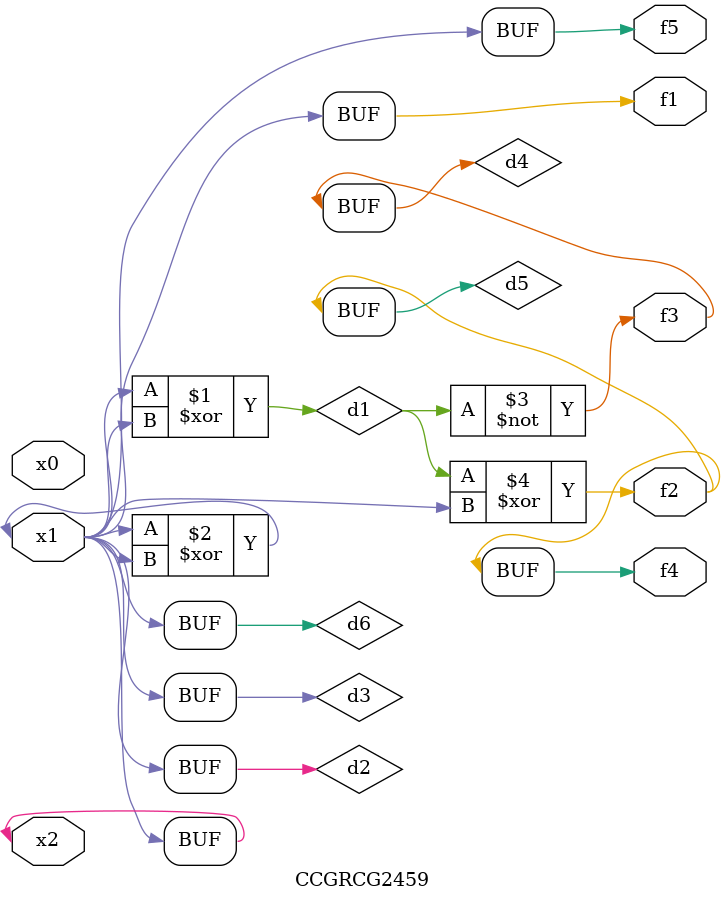
<source format=v>
module CCGRCG2459(
	input x0, x1, x2,
	output f1, f2, f3, f4, f5
);

	wire d1, d2, d3, d4, d5, d6;

	xor (d1, x1, x2);
	buf (d2, x1, x2);
	xor (d3, x1, x2);
	nor (d4, d1);
	xor (d5, d1, d2);
	buf (d6, d2, d3);
	assign f1 = d6;
	assign f2 = d5;
	assign f3 = d4;
	assign f4 = d5;
	assign f5 = d6;
endmodule

</source>
